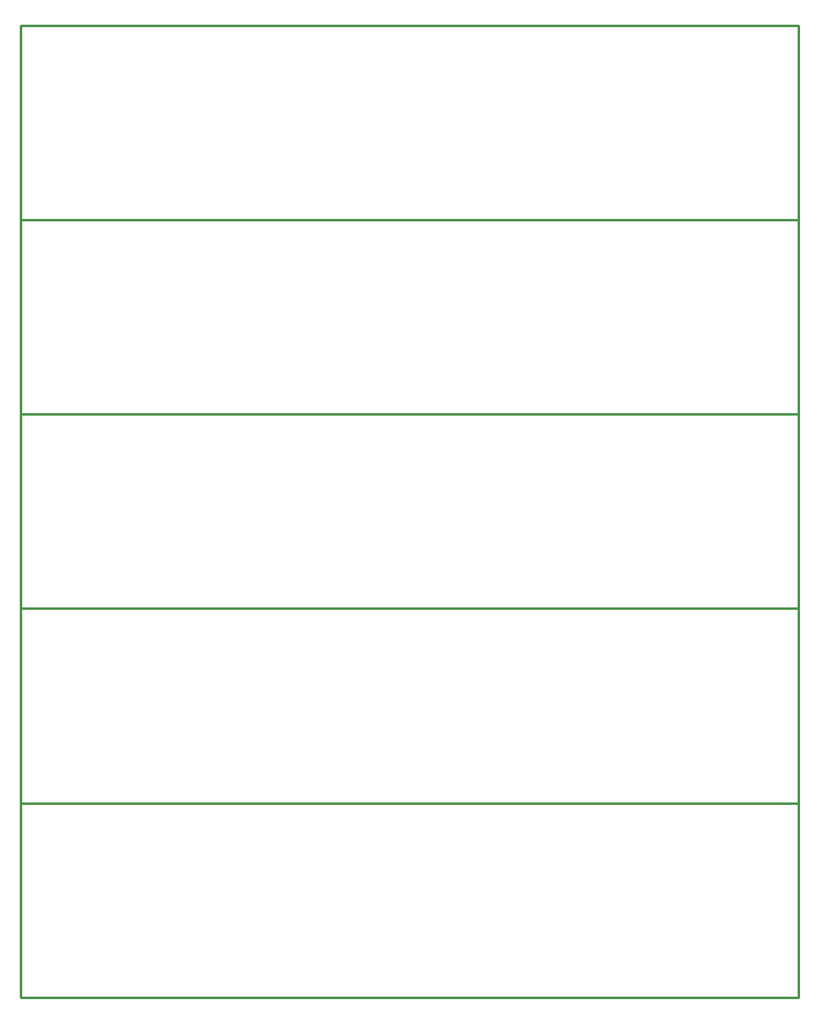
<source format=gm1>
G04 Layer_Color=16711935*
%FSLAX24Y24*%
%MOIN*%
G70*
G01*
G75*
%ADD10C,0.0100*%
D10*
X54146Y11500D02*
Y50870D01*
X22650D02*
X54146D01*
X22650Y11500D02*
Y50870D01*
Y19374D02*
X54146D01*
X22650Y11500D02*
X54146D01*
Y19374D01*
X22650Y11500D02*
Y19374D01*
Y27248D02*
X54146D01*
X22650Y19374D02*
X54146D01*
Y27248D01*
X22650Y19374D02*
Y27248D01*
Y35122D02*
X54146D01*
X22650Y27248D02*
X54146D01*
Y35122D01*
X22650Y27248D02*
Y35122D01*
Y42996D02*
X54146D01*
X22650Y35122D02*
X54146D01*
Y42996D01*
X22650Y35122D02*
Y42996D01*
Y50870D02*
X54146D01*
X22650Y42996D02*
X54146D01*
Y50870D01*
X22650Y42996D02*
Y50870D01*
X54146Y11500D02*
Y50870D01*
X22650D02*
X54146D01*
X22650Y11500D02*
Y50870D01*
Y19374D02*
X54146D01*
X22650Y11500D02*
X54146D01*
Y19374D01*
X22650Y11500D02*
Y19374D01*
Y27248D02*
X54146D01*
X22650Y19374D02*
X54146D01*
Y27248D01*
X22650Y19374D02*
Y27248D01*
Y35122D02*
X54146D01*
X22650Y27248D02*
X54146D01*
Y35122D01*
X22650Y27248D02*
Y35122D01*
Y42996D02*
X54146D01*
X22650Y35122D02*
X54146D01*
Y42996D01*
X22650Y35122D02*
Y42996D01*
Y50870D02*
X54146D01*
X22650Y42996D02*
X54146D01*
Y50870D01*
X22650Y42996D02*
Y50870D01*
M02*

</source>
